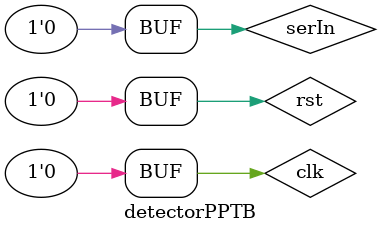
<source format=sv>
`timescale 1ns/1ns
module detectorPPTB();
    wire w1,w2;
    reg serIn, clk = 0,rst = 0;
    CA1_1 CUT2(.serIn(serIn), .clk(clk), .rst(rst), .w(w2));
    detector0111110 CUT1(.serIn(serIn), .clk(clk), .rst(rst), .w(w1));
    initial begin
        #500 serIn = 0;
        #500 clk = 1;
        #500 clk = 0;
        #500 serIn = 1;
        #500 clk = 1;
        #500 clk = 0;
        #500 clk = 1;
        #500 clk = 0;
        #500 clk = 1;
        #500 clk = 0;
        #500 clk = 1;
        #500 clk = 0;
        #500 clk = 1;
        #500 clk = 0;
        #500 serIn = 0;
        #500 clk = 1;
        #500 clk = 0;
        #500 serIn = 1;
        #500 clk = 1;
        #500 clk = 0;
        #500 clk = 2;
        #500 clk = 0;
        #500 serIn = 0;
        #500 clk = 1;
        #500 clk = 0;
        #500 serIn = 1;
        #500 clk = 1;
        #500 clk = 0;
        #500 clk = 1;
        #500 clk = 0;
        #500 serIn = 0;
        #500 clk = 1;
        #500 clk = 0;
        #500;
    end
endmodule
</source>
